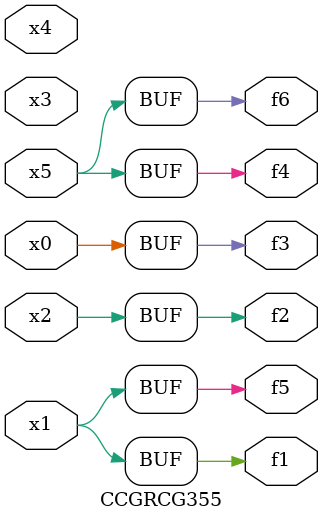
<source format=v>
module CCGRCG355(
	input x0, x1, x2, x3, x4, x5,
	output f1, f2, f3, f4, f5, f6
);
	assign f1 = x1;
	assign f2 = x2;
	assign f3 = x0;
	assign f4 = x5;
	assign f5 = x1;
	assign f6 = x5;
endmodule

</source>
